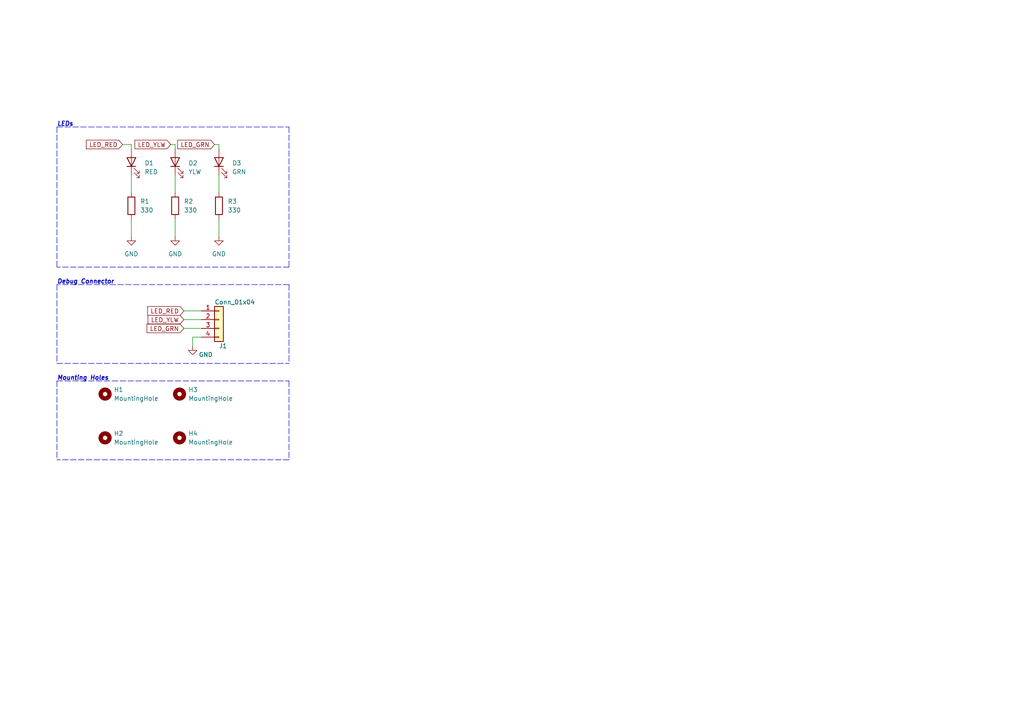
<source format=kicad_sch>
(kicad_sch (version 20211123) (generator eeschema)
  (paper "A4")
  (lib_symbols
    (symbol "Connector_Generic:Conn_01x04" (pin_names (offset 1.016) hide)
      (property "Reference" "J" (at 0 5.08 0))
      (property "Value" "Conn_01x04" (at 0 -7.62 0))
      (symbol "Conn_01x04_1_1"
        (rectangle (start -1.27 -4.953) (end 0 -5.207) (stroke (width 0.1524)))
        (rectangle (start -1.27 -2.413) (end 0 -2.667) (stroke (width 0.1524)))
        (rectangle (start -1.27 0.127) (end 0 -0.127) (stroke (width 0.1524)))
        (rectangle (start -1.27 2.667) (end 0 2.413) (stroke (width 0.1524)))
        (rectangle (start -1.27 3.81) (end 1.27 -6.35) (stroke (width 0.254)) (fill (type background)))
        (pin passive line (at -5.08 2.54 0) (length 3.81) (name "Pin_1") (number "1"))
        (pin passive line (at -5.08 0 0) (length 3.81) (name "Pin_2") (number "2"))
        (pin passive line (at -5.08 -2.54 0) (length 3.81) (name "Pin_3") (number "3"))
        (pin passive line (at -5.08 -5.08 0) (length 3.81) (name "Pin_4") (number "4"))
      )
    )
    (symbol "Device:LED" (pin_numbers hide) (pin_names (offset 1.016) hide)
      (property "Reference" "D" (at 0 2.54 0))
      (property "Value" "LED" (at 0 -2.54 0))
      (symbol "LED_0_1"
        (polyline (pts (xy -1.27 -1.27) (xy -1.27 1.27)) (stroke (width 0.254)))
        (polyline (pts (xy -1.27 0) (xy 1.27 0)))
        (polyline (pts (xy 1.27 -1.27) (xy 1.27 1.27) (xy -1.27 0) (xy 1.27 -1.27)) (stroke (width 0.254)))
        (polyline (pts (xy -3.048 -0.762) (xy -4.572 -2.286) (xy -3.81 -2.286) (xy -4.572 -2.286) (xy -4.572 -1.524)))
        (polyline (pts (xy -1.778 -0.762) (xy -3.302 -2.286) (xy -2.54 -2.286) (xy -3.302 -2.286) (xy -3.302 -1.524)))
      )
      (symbol "LED_1_1"
        (pin passive line (at -3.81 0 0) (length 2.54) (name "K") (number "1"))
        (pin passive line (at 3.81 0 180) (length 2.54) (name "A") (number "2"))
      )
    )
    (symbol "Device:R" (pin_numbers hide) (pin_names (offset 0))
      (property "Reference" "R" (at 2.032 0 90))
      (property "Value" "R" (at 0 0 90))
      (symbol "R_0_1"
        (rectangle (start -1.016 -2.54) (end 1.016 2.54) (stroke (width 0.254)))
      )
      (symbol "R_1_1"
        (pin passive line (at 0 3.81 270) (length 1.27) (name "~") (number "1"))
        (pin passive line (at 0 -3.81 90) (length 1.27) (name "~") (number "2"))
      )
    )
    (symbol "Mechanical:MountingHole" (pin_names (offset 1.016))
      (property "Reference" "H" (at 0 5.08 0))
      (property "Value" "MountingHole" (at 0 3.175 0))
      (symbol "MountingHole_0_1"
        (circle (center 0 0) (radius 1.27) (stroke (width 1.27)))
      )
    )
    (symbol "power:GND" (power) (pin_names (offset 0))
      (property "Value" "GND" (at 0 -3.81 0))
      (symbol "GND_0_1"
        (polyline (pts (xy 0 0) (xy 0 -1.27) (xy 1.27 -1.27) (xy 0 -2.54) (xy -1.27 -1.27) (xy 0 -1.27)))
      )
      (symbol "GND_1_1"
        (pin power_in line (at 0 0 270) (length 0) hide (name "GND") (number "1"))
      )
    )
  )
  (wire (pts (xy 53.34 95.25) (xy 58.42 95.25)))
  (wire (pts (xy 53.34 92.71) (xy 58.42 92.71)))
  (wire (pts (xy 55.88 97.79) (xy 58.42 97.79)))
  (polyline (pts (xy 16.51 105.41) (xy 83.82 105.41)))
  (wire (pts (xy 63.5 50.8) (xy 63.5 55.88)))
  (wire (pts (xy 50.8 63.5) (xy 50.8 68.58)))
  (polyline (pts (xy 83.82 82.55) (xy 83.82 105.41)))
  (wire (pts (xy 50.8 50.8) (xy 50.8 55.88)))
  (wire (pts (xy 63.5 41.91) (xy 63.5 43.18)))
  (polyline (pts (xy 16.51 82.55) (xy 16.51 105.41)))
  (wire (pts (xy 63.5 63.5) (xy 63.5 68.58)))
  (polyline (pts (xy 83.82 133.35) (xy 16.51 133.35)))
  (wire (pts (xy 53.34 90.17) (xy 58.42 90.17)))
  (polyline (pts (xy 83.82 77.47) (xy 16.51 77.47)))
  (wire (pts (xy 35.56 41.91) (xy 38.1 41.91)))
  (polyline (pts (xy 83.82 36.83) (xy 83.82 77.47)))
  (polyline (pts (xy 16.51 110.49) (xy 16.51 133.35)))
  (polyline (pts (xy 16.51 36.83) (xy 16.51 77.47)))
  (wire (pts (xy 38.1 63.5) (xy 38.1 68.58)))
  (wire (pts (xy 49.53 41.91) (xy 50.8 41.91)))
  (wire (pts (xy 38.1 41.91) (xy 38.1 43.18)))
  (wire (pts (xy 55.88 100.33) (xy 55.88 97.79)))
  (polyline (pts (xy 83.82 110.49) (xy 83.82 133.35)))
  (polyline (pts (xy 83.82 82.55) (xy 16.51 82.55)))
  (polyline (pts (xy 16.51 110.49) (xy 83.82 110.49)))
  (wire (pts (xy 62.23 41.91) (xy 63.5 41.91)))
  (polyline (pts (xy 16.51 36.83) (xy 83.82 36.83)))
  (wire (pts (xy 38.1 50.8) (xy 38.1 55.88)))
  (wire (pts (xy 50.8 41.91) (xy 50.8 43.18)))
  (text "Mounting Holes" (at 16.51 110.49 0) (effects (font (size 1.27 1.27) bold italic) (justify left bottom)))
  (text "LEDs" (at 16.51 36.83 0) (effects (font (size 1.27 1.27) (thickness 0.254) bold italic) (justify left bottom)))
  (text "Debug Connector" (at 16.51 82.55 0) (effects (font (size 1.27 1.27) bold italic) (justify left bottom)))
  (global_label "LED_RED" (shape input) (at 35.56 41.91 180) (property "Intersheet References" "${INTERSHEET_REFS}" (effects hide)))
  (global_label "LED_RED" (shape input) (at 53.34 90.17 180) (property "Intersheet References" "${INTERSHEET_REFS}" (effects hide)))
  (global_label "LED_GRN" (shape input) (at 62.23 41.91 180) (property "Intersheet References" "${INTERSHEET_REFS}" (effects hide)))
  (global_label "LED_YLW" (shape input) (at 53.34 92.71 180) (property "Intersheet References" "${INTERSHEET_REFS}" (effects hide)))
  (global_label "LED_YLW" (shape input) (at 49.53 41.91 180) (property "Intersheet References" "${INTERSHEET_REFS}" (effects hide)))
  (global_label "LED_GRN" (shape input) (at 53.34 95.25 180) (property "Intersheet References" "${INTERSHEET_REFS}" (effects hide)))
  (symbol (lib_id "Mechanical:MountingHole") (at 30.48 127 0) (unit 1)
    (property "Reference" "H2" (at 33.02 125.7299 0) (effects (justify left)))
    (property "Value" "MountingHole" (at 33.02 128.2699 0) (effects (justify left)))
    (property "Footprint" "MountingHole:MountingHole_2.2mm_M2_Pad" (effects hide))
  )
  (symbol (lib_id "Mechanical:MountingHole") (at 52.07 114.3 0) (unit 1)
    (property "Reference" "H3" (at 54.61 113.0299 0) (effects (justify left)))
    (property "Value" "MountingHole" (at 54.61 115.5699 0) (effects (justify left)))
    (property "Footprint" "MountingHole:MountingHole_2.2mm_M2_Pad" (effects hide))
  )
  (symbol (lib_id "power:GND") (at 55.88 100.33 0) (unit 1)
    (property "Reference" "#PWR03" (effects hide))
    (property "Value" "GND" (at 59.69 102.87 0))
  )
  (symbol (lib_id "power:GND") (at 38.1 68.58 0) (unit 1)
    (property "Reference" "#PWR01" (effects hide))
    (property "Value" "GND" (at 38.1 73.66 0))
  )
  (symbol (lib_id "power:GND") (at 63.5 68.58 0) (unit 1)
    (property "Reference" "#PWR04" (effects hide))
    (property "Value" "GND" (at 63.5 73.66 0))
  )
  (symbol (lib_id "Device:LED") (at 38.1 46.99 90) (unit 1)
    (property "Reference" "D1" (at 41.91 47.3074 90) (effects (justify right)))
    (property "Value" "RED" (at 41.91 49.8474 90) (effects (justify right)))
    (property "Footprint" "LED_THT:LED_D3.0mm" (effects hide))
  )
  (symbol (lib_id "Mechanical:MountingHole") (at 52.07 127 0) (unit 1)
    (property "Reference" "H4" (at 54.61 125.7299 0) (effects (justify left)))
    (property "Value" "MountingHole" (at 54.61 128.2699 0) (effects (justify left)))
    (property "Footprint" "MountingHole:MountingHole_2.2mm_M2_Pad" (effects hide))
  )
  (symbol (lib_id "Connector_Generic:Conn_01x04") (at 63.5 92.71 0) (unit 1)
    (property "Reference" "J1" (at 63.5 100.33 0) (effects (justify left)))
    (property "Value" "Conn_01x04" (at 62.23 87.63 0) (effects (justify left)))
    (property "Footprint" "Connector_PinHeader_2.54mm:PinHeader_1x04_P2.54mm_Horizontal" (effects hide))
  )
  (symbol (lib_id "Device:LED") (at 63.5 46.99 90) (unit 1)
    (property "Reference" "D3" (at 67.31 47.3074 90) (effects (justify right)))
    (property "Value" "GRN" (at 67.31 49.8474 90) (effects (justify right)))
    (property "Footprint" "LED_THT:LED_D3.0mm" (effects hide))
  )
  (symbol (lib_id "Mechanical:MountingHole") (at 30.48 114.3 0) (unit 1)
    (property "Reference" "H1" (at 33.02 113.0299 0) (effects (justify left)))
    (property "Value" "MountingHole" (at 33.02 115.5699 0) (effects (justify left)))
    (property "Footprint" "MountingHole:MountingHole_2.2mm_M2_Pad" (effects hide))
  )
  (symbol (lib_id "Device:R") (at 50.8 59.69 0) (unit 1)
    (property "Reference" "R2" (at 53.34 58.4199 0) (effects (justify left)))
    (property "Value" "330" (at 53.34 60.9599 0) (effects (justify left)))
    (property "Footprint" "Resistor_THT:R_Axial_DIN0207_L6.3mm_D2.5mm_P7.62mm_Horizontal" (effects hide))
  )
  (symbol (lib_id "power:GND") (at 50.8 68.58 0) (unit 1)
    (property "Reference" "#PWR02" (effects hide))
    (property "Value" "GND" (at 50.8 73.66 0))
  )
  (symbol (lib_id "Device:R") (at 63.5 59.69 0) (unit 1)
    (property "Reference" "R3" (at 66.04 58.4199 0) (effects (justify left)))
    (property "Value" "330" (at 66.04 60.9599 0) (effects (justify left)))
    (property "Footprint" "Resistor_THT:R_Axial_DIN0207_L6.3mm_D2.5mm_P7.62mm_Horizontal" (effects hide))
  )
  (symbol (lib_id "Device:LED") (at 50.8 46.99 90) (unit 1)
    (property "Reference" "D2" (at 54.61 47.3074 90) (effects (justify right)))
    (property "Value" "YLW" (at 54.61 49.8474 90) (effects (justify right)))
    (property "Footprint" "LED_THT:LED_D3.0mm" (effects hide))
  )
  (symbol (lib_id "Device:R") (at 38.1 59.69 0) (unit 1)
    (property "Reference" "R1" (at 40.64 58.4199 0) (effects (justify left)))
    (property "Value" "330" (at 40.64 60.9599 0) (effects (justify left)))
    (property "Footprint" "Resistor_THT:R_Axial_DIN0207_L6.3mm_D2.5mm_P7.62mm_Horizontal" (effects hide))
  )
)
</source>
